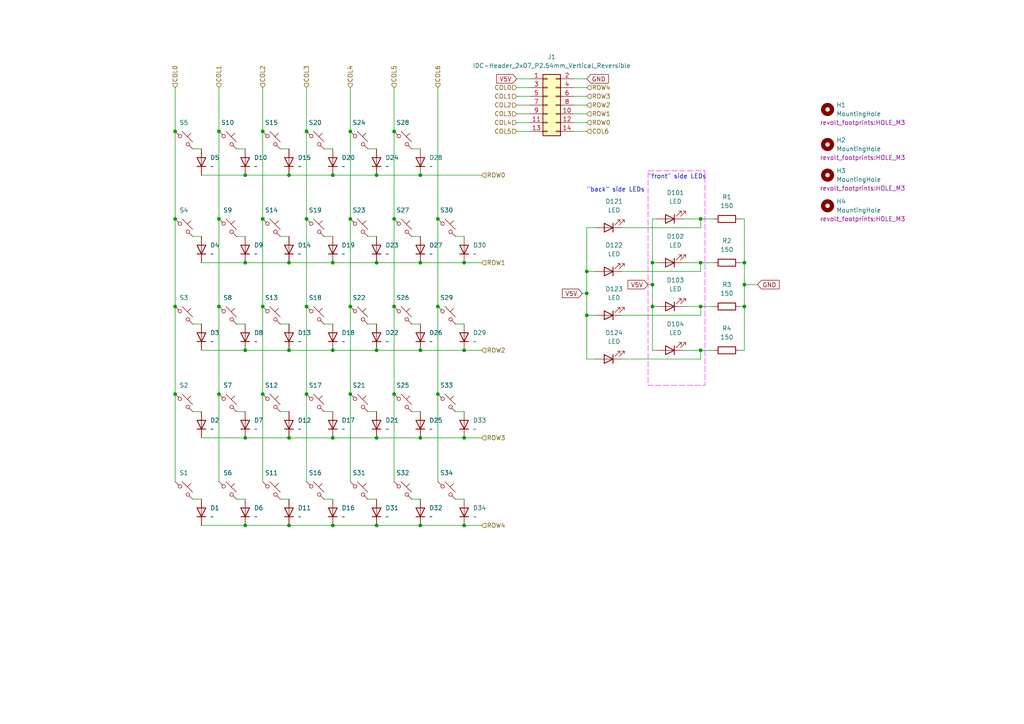
<source format=kicad_sch>
(kicad_sch (version 20230121) (generator eeschema)
  (paper "A4")
  (title_block (title "Revolt Side PCB") (company "https://github.com/nietaki/revolt-keyboard"))
  (lib_symbols
    (symbol "Connector_Generic:Conn_02x07_Odd_Even" (pin_names (offset 1.016) hide)
      (property "Reference" "J" (at 1.27 10.16 0))
      (property "Value" "Conn_02x07_Odd_Even" (at 1.27 -10.16 0))
      (symbol "Conn_02x07_Odd_Even_1_1"
        (rectangle (start -1.27 -7.493) (end 0 -7.747) (stroke (width 0.1524)))
        (rectangle (start -1.27 -4.953) (end 0 -5.207) (stroke (width 0.1524)))
        (rectangle (start -1.27 -2.413) (end 0 -2.667) (stroke (width 0.1524)))
        (rectangle (start -1.27 0.127) (end 0 -0.127) (stroke (width 0.1524)))
        (rectangle (start -1.27 2.667) (end 0 2.413) (stroke (width 0.1524)))
        (rectangle (start -1.27 5.207) (end 0 4.953) (stroke (width 0.1524)))
        (rectangle (start -1.27 7.747) (end 0 7.493) (stroke (width 0.1524)))
        (rectangle (start -1.27 8.89) (end 3.81 -8.89) (stroke (width 0.254)) (fill (type background)))
        (rectangle (start 3.81 -7.493) (end 2.54 -7.747) (stroke (width 0.1524)))
        (rectangle (start 3.81 -4.953) (end 2.54 -5.207) (stroke (width 0.1524)))
        (rectangle (start 3.81 -2.413) (end 2.54 -2.667) (stroke (width 0.1524)))
        (rectangle (start 3.81 0.127) (end 2.54 -0.127) (stroke (width 0.1524)))
        (rectangle (start 3.81 2.667) (end 2.54 2.413) (stroke (width 0.1524)))
        (rectangle (start 3.81 5.207) (end 2.54 4.953) (stroke (width 0.1524)))
        (rectangle (start 3.81 7.747) (end 2.54 7.493) (stroke (width 0.1524)))
        (pin passive line (at -5.08 7.62 0) (length 3.81) (name "Pin_1") (number "1"))
        (pin passive line (at 7.62 -2.54 180) (length 3.81) (name "Pin_10") (number "10"))
        (pin passive line (at -5.08 -5.08 0) (length 3.81) (name "Pin_11") (number "11"))
        (pin passive line (at 7.62 -5.08 180) (length 3.81) (name "Pin_12") (number "12"))
        (pin passive line (at -5.08 -7.62 0) (length 3.81) (name "Pin_13") (number "13"))
        (pin passive line (at 7.62 -7.62 180) (length 3.81) (name "Pin_14") (number "14"))
        (pin passive line (at 7.62 7.62 180) (length 3.81) (name "Pin_2") (number "2"))
        (pin passive line (at -5.08 5.08 0) (length 3.81) (name "Pin_3") (number "3"))
        (pin passive line (at 7.62 5.08 180) (length 3.81) (name "Pin_4") (number "4"))
        (pin passive line (at -5.08 2.54 0) (length 3.81) (name "Pin_5") (number "5"))
        (pin passive line (at 7.62 2.54 180) (length 3.81) (name "Pin_6") (number "6"))
        (pin passive line (at -5.08 0 0) (length 3.81) (name "Pin_7") (number "7"))
        (pin passive line (at 7.62 0 180) (length 3.81) (name "Pin_8") (number "8"))
        (pin passive line (at -5.08 -2.54 0) (length 3.81) (name "Pin_9") (number "9"))
      )
    )
    (symbol "Device:D" (pin_numbers hide) (pin_names (offset 1.016) hide)
      (property "Reference" "D" (at 0 2.54 0))
      (property "Value" "D" (at 0 -2.54 0))
      (symbol "D_0_1"
        (polyline (pts (xy -1.27 1.27) (xy -1.27 -1.27)) (stroke (width 0.254)))
        (polyline (pts (xy 1.27 0) (xy -1.27 0)))
        (polyline (pts (xy 1.27 1.27) (xy 1.27 -1.27) (xy -1.27 0) (xy 1.27 1.27)) (stroke (width 0.254)))
      )
      (symbol "D_1_1"
        (pin passive line (at -3.81 0 0) (length 2.54) (name "K") (number "1"))
        (pin passive line (at 3.81 0 180) (length 2.54) (name "A") (number "2"))
      )
    )
    (symbol "Device:LED" (pin_numbers hide) (pin_names (offset 1.016) hide)
      (property "Reference" "D" (at 0 2.54 0))
      (property "Value" "LED" (at 0 -2.54 0))
      (symbol "LED_0_1"
        (polyline (pts (xy -1.27 -1.27) (xy -1.27 1.27)) (stroke (width 0.254)))
        (polyline (pts (xy -1.27 0) (xy 1.27 0)))
        (polyline (pts (xy 1.27 -1.27) (xy 1.27 1.27) (xy -1.27 0) (xy 1.27 -1.27)) (stroke (width 0.254)))
        (polyline (pts (xy -3.048 -0.762) (xy -4.572 -2.286) (xy -3.81 -2.286) (xy -4.572 -2.286) (xy -4.572 -1.524)))
        (polyline (pts (xy -1.778 -0.762) (xy -3.302 -2.286) (xy -2.54 -2.286) (xy -3.302 -2.286) (xy -3.302 -1.524)))
      )
      (symbol "LED_1_1"
        (pin passive line (at -3.81 0 0) (length 2.54) (name "K") (number "1"))
        (pin passive line (at 3.81 0 180) (length 2.54) (name "A") (number "2"))
      )
    )
    (symbol "Device:R" (pin_numbers hide) (pin_names (offset 0))
      (property "Reference" "R" (at 2.032 0 90))
      (property "Value" "R" (at 0 0 90))
      (symbol "R_0_1"
        (rectangle (start -1.016 -2.54) (end 1.016 2.54) (stroke (width 0.254)))
      )
      (symbol "R_1_1"
        (pin passive line (at 0 3.81 270) (length 1.27) (name "~") (number "1"))
        (pin passive line (at 0 -3.81 90) (length 1.27) (name "~") (number "2"))
      )
    )
    (symbol "Mechanical:MountingHole" (pin_names (offset 1.016))
      (property "Reference" "H" (at 0 5.08 0))
      (property "Value" "MountingHole" (at 0 3.175 0))
      (symbol "MountingHole_0_1"
        (circle (center 0 0) (radius 1.27) (stroke (width 1.27)))
      )
    )
    (symbol "Switch:SW_Push_45deg" (pin_numbers hide) (pin_names (offset 1.016) hide)
      (property "Reference" "SW" (at 3.048 1.016 0))
      (property "Value" "SW_Push_45deg" (at 0 -3.81 0))
      (symbol "SW_Push_45deg_0_1"
        (circle (center -1.1684 1.1684) (radius 0.508))
        (polyline (pts (xy -0.508 2.54) (xy 2.54 -0.508)))
        (polyline (pts (xy 1.016 1.016) (xy 2.032 2.032)))
        (polyline (pts (xy -2.54 2.54) (xy -1.524 1.524) (xy -1.524 1.524)))
        (polyline (pts (xy 1.524 -1.524) (xy 2.54 -2.54) (xy 2.54 -2.54) (xy 2.54 -2.54)))
        (circle (center 1.143 -1.1938) (radius 0.508))
        (pin passive line (at -2.54 2.54 0) (length 0) (name "1") (number "1"))
        (pin passive line (at 2.54 -2.54 180) (length 0) (name "2") (number "2"))
      )
    )
  )
  (junction (at 101.6 88.9))
  (junction (at 189.23 88.9))
  (junction (at 101.6 114.3))
  (junction (at 83.82 127))
  (junction (at 63.5 88.9))
  (junction (at 203.2 88.9))
  (junction (at 50.8 38.1))
  (junction (at 88.9 63.5))
  (junction (at 83.82 50.8))
  (junction (at 109.22 50.8))
  (junction (at 63.5 63.5))
  (junction (at 109.22 127))
  (junction (at 127 114.3))
  (junction (at 76.2 114.3))
  (junction (at 83.82 76.2))
  (junction (at 170.18 78.74))
  (junction (at 121.92 101.6))
  (junction (at 109.22 76.2))
  (junction (at 63.5 38.1))
  (junction (at 134.62 101.6))
  (junction (at 121.92 127))
  (junction (at 134.62 76.2))
  (junction (at 114.3 114.3))
  (junction (at 76.2 38.1))
  (junction (at 215.9 76.2))
  (junction (at 127 63.5))
  (junction (at 189.23 82.55))
  (junction (at 114.3 88.9))
  (junction (at 71.12 152.4))
  (junction (at 101.6 38.1))
  (junction (at 76.2 63.5))
  (junction (at 114.3 63.5))
  (junction (at 189.23 76.2))
  (junction (at 71.12 127))
  (junction (at 203.2 76.2))
  (junction (at 134.62 152.4))
  (junction (at 109.22 152.4))
  (junction (at 170.18 85.09))
  (junction (at 76.2 88.9))
  (junction (at 114.3 38.1))
  (junction (at 83.82 152.4))
  (junction (at 50.8 88.9))
  (junction (at 215.9 88.9))
  (junction (at 88.9 88.9))
  (junction (at 121.92 76.2))
  (junction (at 83.82 101.6))
  (junction (at 109.22 101.6))
  (junction (at 96.52 101.6))
  (junction (at 134.62 127))
  (junction (at 71.12 76.2))
  (junction (at 63.5 114.3))
  (junction (at 203.2 101.6))
  (junction (at 121.92 50.8))
  (junction (at 88.9 38.1))
  (junction (at 170.18 91.44))
  (junction (at 88.9 114.3))
  (junction (at 96.52 76.2))
  (junction (at 50.8 114.3))
  (junction (at 121.92 152.4))
  (junction (at 71.12 50.8))
  (junction (at 96.52 50.8))
  (junction (at 101.6 63.5))
  (junction (at 96.52 127))
  (junction (at 96.52 152.4))
  (junction (at 127 88.9))
  (junction (at 215.9 82.55))
  (junction (at 50.8 63.5))
  (junction (at 71.12 101.6))
  (junction (at 203.2 63.5))
  (wire (pts (xy 170.18 78.74) (xy 172.72 78.74)))
  (wire (pts (xy 76.2 114.3) (xy 76.2 139.7)))
  (wire (pts (xy 170.18 85.09) (xy 170.18 78.74)))
  (wire (pts (xy 119.38 93.98) (xy 121.92 93.98)))
  (wire (pts (xy 203.2 88.9) (xy 207.01 88.9)))
  (wire (pts (xy 68.58 68.58) (xy 71.12 68.58)))
  (wire (pts (xy 58.42 152.4) (xy 71.12 152.4)))
  (wire (pts (xy 180.34 104.14) (xy 203.2 104.14)))
  (wire (pts (xy 109.22 50.8) (xy 121.92 50.8)))
  (wire (pts (xy 109.22 127) (xy 121.92 127)))
  (wire (pts (xy 170.18 104.14) (xy 172.72 104.14)))
  (wire (pts (xy 166.37 27.94) (xy 170.18 27.94)))
  (wire (pts (xy 189.23 82.55) (xy 189.23 88.9)))
  (wire (pts (xy 134.62 76.2) (xy 139.7 76.2)))
  (wire (pts (xy 214.63 63.5) (xy 215.9 63.5)))
  (wire (pts (xy 58.42 76.2) (xy 71.12 76.2)))
  (wire (pts (xy 166.37 25.4) (xy 170.18 25.4)))
  (wire (pts (xy 68.58 43.18) (xy 71.12 43.18)))
  (wire (pts (xy 58.42 50.8) (xy 71.12 50.8)))
  (wire (pts (xy 180.34 78.74) (xy 203.2 78.74)))
  (wire (pts (xy 106.68 119.38) (xy 109.22 119.38)))
  (wire (pts (xy 109.22 101.6) (xy 121.92 101.6)))
  (wire (pts (xy 93.98 93.98) (xy 96.52 93.98)))
  (wire (pts (xy 170.18 85.09) (xy 170.18 91.44)))
  (wire (pts (xy 149.86 22.86) (xy 153.67 22.86)))
  (wire (pts (xy 190.5 63.5) (xy 189.23 63.5)))
  (wire (pts (xy 88.9 38.1) (xy 88.9 63.5)))
  (wire (pts (xy 170.18 66.04) (xy 172.72 66.04)))
  (wire (pts (xy 83.82 76.2) (xy 96.52 76.2)))
  (wire (pts (xy 76.2 38.1) (xy 76.2 63.5)))
  (wire (pts (xy 121.92 76.2) (xy 134.62 76.2)))
  (wire (pts (xy 121.92 127) (xy 134.62 127)))
  (wire (pts (xy 71.12 76.2) (xy 83.82 76.2)))
  (wire (pts (xy 203.2 66.04) (xy 203.2 63.5)))
  (wire (pts (xy 88.9 88.9) (xy 88.9 114.3)))
  (wire (pts (xy 215.9 76.2) (xy 215.9 82.55)))
  (wire (pts (xy 214.63 76.2) (xy 215.9 76.2)))
  (wire (pts (xy 203.2 63.5) (xy 207.01 63.5)))
  (wire (pts (xy 215.9 88.9) (xy 215.9 101.6)))
  (wire (pts (xy 93.98 43.18) (xy 96.52 43.18)))
  (wire (pts (xy 55.88 144.78) (xy 58.42 144.78)))
  (wire (pts (xy 93.98 144.78) (xy 96.52 144.78)))
  (wire (pts (xy 101.6 88.9) (xy 101.6 114.3)))
  (wire (pts (xy 166.37 30.48) (xy 170.18 30.48)))
  (wire (pts (xy 83.82 101.6) (xy 96.52 101.6)))
  (wire (pts (xy 203.2 78.74) (xy 203.2 76.2)))
  (wire (pts (xy 50.8 63.5) (xy 50.8 88.9)))
  (wire (pts (xy 68.58 119.38) (xy 71.12 119.38)))
  (wire (pts (xy 127 25.4) (xy 127 63.5)))
  (wire (pts (xy 114.3 38.1) (xy 114.3 63.5)))
  (wire (pts (xy 166.37 22.86) (xy 170.18 22.86)))
  (wire (pts (xy 50.8 114.3) (xy 50.8 139.7)))
  (wire (pts (xy 119.38 43.18) (xy 121.92 43.18)))
  (wire (pts (xy 170.18 78.74) (xy 170.18 66.04)))
  (wire (pts (xy 68.58 144.78) (xy 71.12 144.78)))
  (wire (pts (xy 187.96 82.55) (xy 189.23 82.55)))
  (wire (pts (xy 215.9 63.5) (xy 215.9 76.2)))
  (wire (pts (xy 88.9 25.4) (xy 88.9 38.1)))
  (wire (pts (xy 63.5 88.9) (xy 63.5 114.3)))
  (wire (pts (xy 198.12 76.2) (xy 203.2 76.2)))
  (wire (pts (xy 50.8 88.9) (xy 50.8 114.3)))
  (wire (pts (xy 71.12 152.4) (xy 83.82 152.4)))
  (wire (pts (xy 81.28 68.58) (xy 83.82 68.58)))
  (wire (pts (xy 127 114.3) (xy 127 139.7)))
  (wire (pts (xy 109.22 152.4) (xy 121.92 152.4)))
  (wire (pts (xy 189.23 88.9) (xy 189.23 101.6)))
  (wire (pts (xy 76.2 88.9) (xy 76.2 114.3)))
  (wire (pts (xy 180.34 91.44) (xy 203.2 91.44)))
  (wire (pts (xy 190.5 101.6) (xy 189.23 101.6)))
  (wire (pts (xy 189.23 76.2) (xy 189.23 82.55)))
  (wire (pts (xy 214.63 88.9) (xy 215.9 88.9)))
  (wire (pts (xy 83.82 127) (xy 96.52 127)))
  (wire (pts (xy 134.62 152.4) (xy 139.7 152.4)))
  (wire (pts (xy 121.92 152.4) (xy 134.62 152.4)))
  (wire (pts (xy 189.23 63.5) (xy 189.23 76.2)))
  (wire (pts (xy 149.86 30.48) (xy 153.67 30.48)))
  (wire (pts (xy 101.6 25.4) (xy 101.6 38.1)))
  (wire (pts (xy 58.42 127) (xy 71.12 127)))
  (wire (pts (xy 76.2 63.5) (xy 76.2 88.9)))
  (wire (pts (xy 134.62 127) (xy 139.7 127)))
  (wire (pts (xy 96.52 101.6) (xy 109.22 101.6)))
  (wire (pts (xy 119.38 68.58) (xy 121.92 68.58)))
  (wire (pts (xy 114.3 63.5) (xy 114.3 88.9)))
  (wire (pts (xy 88.9 63.5) (xy 88.9 88.9)))
  (wire (pts (xy 93.98 119.38) (xy 96.52 119.38)))
  (wire (pts (xy 114.3 25.4) (xy 114.3 38.1)))
  (wire (pts (xy 68.58 93.98) (xy 71.12 93.98)))
  (wire (pts (xy 81.28 93.98) (xy 83.82 93.98)))
  (wire (pts (xy 121.92 50.8) (xy 139.7 50.8)))
  (wire (pts (xy 127 63.5) (xy 127 88.9)))
  (wire (pts (xy 203.2 104.14) (xy 203.2 101.6)))
  (wire (pts (xy 189.23 88.9) (xy 190.5 88.9)))
  (wire (pts (xy 134.62 101.6) (xy 139.7 101.6)))
  (wire (pts (xy 190.5 76.2) (xy 189.23 76.2)))
  (wire (pts (xy 71.12 127) (xy 83.82 127)))
  (wire (pts (xy 114.3 114.3) (xy 114.3 139.7)))
  (wire (pts (xy 166.37 38.1) (xy 170.18 38.1)))
  (wire (pts (xy 83.82 152.4) (xy 96.52 152.4)))
  (wire (pts (xy 50.8 38.1) (xy 50.8 63.5)))
  (wire (pts (xy 170.18 91.44) (xy 170.18 104.14)))
  (wire (pts (xy 83.82 50.8) (xy 96.52 50.8)))
  (wire (pts (xy 101.6 38.1) (xy 101.6 63.5)))
  (wire (pts (xy 106.68 93.98) (xy 109.22 93.98)))
  (wire (pts (xy 71.12 50.8) (xy 83.82 50.8)))
  (wire (pts (xy 149.86 35.56) (xy 153.67 35.56)))
  (wire (pts (xy 149.86 27.94) (xy 153.67 27.94)))
  (wire (pts (xy 132.08 144.78) (xy 134.62 144.78)))
  (wire (pts (xy 63.5 63.5) (xy 63.5 88.9)))
  (wire (pts (xy 166.37 35.56) (xy 170.18 35.56)))
  (wire (pts (xy 170.18 91.44) (xy 172.72 91.44)))
  (wire (pts (xy 63.5 114.3) (xy 63.5 139.7)))
  (wire (pts (xy 76.2 25.4) (xy 76.2 38.1)))
  (wire (pts (xy 96.52 76.2) (xy 109.22 76.2)))
  (wire (pts (xy 127 88.9) (xy 127 114.3)))
  (wire (pts (xy 50.8 25.4) (xy 50.8 38.1)))
  (wire (pts (xy 203.2 76.2) (xy 207.01 76.2)))
  (wire (pts (xy 96.52 127) (xy 109.22 127)))
  (wire (pts (xy 149.86 38.1) (xy 153.67 38.1)))
  (wire (pts (xy 149.86 25.4) (xy 153.67 25.4)))
  (wire (pts (xy 203.2 101.6) (xy 207.01 101.6)))
  (wire (pts (xy 55.88 119.38) (xy 58.42 119.38)))
  (wire (pts (xy 215.9 88.9) (xy 215.9 82.55)))
  (wire (pts (xy 96.52 50.8) (xy 109.22 50.8)))
  (wire (pts (xy 81.28 119.38) (xy 83.82 119.38)))
  (wire (pts (xy 119.38 119.38) (xy 121.92 119.38)))
  (wire (pts (xy 101.6 114.3) (xy 101.6 139.7)))
  (wire (pts (xy 215.9 82.55) (xy 219.71 82.55)))
  (wire (pts (xy 114.3 88.9) (xy 114.3 114.3)))
  (wire (pts (xy 203.2 91.44) (xy 203.2 88.9)))
  (wire (pts (xy 96.52 152.4) (xy 109.22 152.4)))
  (wire (pts (xy 81.28 43.18) (xy 83.82 43.18)))
  (wire (pts (xy 132.08 119.38) (xy 134.62 119.38)))
  (wire (pts (xy 198.12 88.9) (xy 203.2 88.9)))
  (wire (pts (xy 119.38 144.78) (xy 121.92 144.78)))
  (wire (pts (xy 198.12 101.6) (xy 203.2 101.6)))
  (wire (pts (xy 121.92 101.6) (xy 134.62 101.6)))
  (wire (pts (xy 55.88 93.98) (xy 58.42 93.98)))
  (wire (pts (xy 93.98 68.58) (xy 96.52 68.58)))
  (wire (pts (xy 55.88 68.58) (xy 58.42 68.58)))
  (wire (pts (xy 168.91 85.09) (xy 170.18 85.09)))
  (wire (pts (xy 132.08 93.98) (xy 134.62 93.98)))
  (wire (pts (xy 106.68 144.78) (xy 109.22 144.78)))
  (wire (pts (xy 101.6 63.5) (xy 101.6 88.9)))
  (wire (pts (xy 81.28 144.78) (xy 83.82 144.78)))
  (wire (pts (xy 106.68 68.58) (xy 109.22 68.58)))
  (wire (pts (xy 55.88 43.18) (xy 58.42 43.18)))
  (wire (pts (xy 106.68 43.18) (xy 109.22 43.18)))
  (wire (pts (xy 71.12 101.6) (xy 83.82 101.6)))
  (wire (pts (xy 166.37 33.02) (xy 170.18 33.02)))
  (wire (pts (xy 214.63 101.6) (xy 215.9 101.6)))
  (wire (pts (xy 198.12 63.5) (xy 203.2 63.5)))
  (wire (pts (xy 132.08 68.58) (xy 134.62 68.58)))
  (wire (pts (xy 63.5 38.1) (xy 63.5 63.5)))
  (wire (pts (xy 109.22 76.2) (xy 121.92 76.2)))
  (wire (pts (xy 149.86 33.02) (xy 153.67 33.02)))
  (wire (pts (xy 58.42 101.6) (xy 71.12 101.6)))
  (wire (pts (xy 88.9 114.3) (xy 88.9 139.7)))
  (wire (pts (xy 180.34 66.04) (xy 203.2 66.04)))
  (wire (pts (xy 63.5 25.4) (xy 63.5 38.1)))
  (rectangle (start 187.96 49.53) (end 204.47 111.76) (stroke (width 0) (type dash) (color 255 35 242 1)))
  (text "\"front\" side LEDs" (at 187.96 52.07 0) (effects (font (size 1.27 1.27)) (justify left bottom)))
  (text "\"back\" side LEDs" (at 170.18 55.88 0) (effects (font (size 1.27 1.27)) (justify left bottom)))
  (global_label "GND" (shape input) (at 170.18 22.86 0) (property "Intersheetrefs" "${INTERSHEET_REFS}" (effects hide)))
  (global_label "V5V" (shape input) (at 187.96 82.55 180) (property "Intersheetrefs" "${INTERSHEET_REFS}" (effects hide)))
  (global_label "V5V" (shape input) (at 168.91 85.09 180) (property "Intersheetrefs" "${INTERSHEET_REFS}" (effects hide)))
  (global_label "GND" (shape input) (at 219.71 82.55 0) (property "Intersheetrefs" "${INTERSHEET_REFS}" (effects hide)))
  (global_label "V5V" (shape input) (at 149.86 22.86 180) (property "Intersheetrefs" "${INTERSHEET_REFS}" (effects hide)))
  (hierarchical_label "COL3" (shape input) (at 88.9 25.4 90))
  (hierarchical_label "COL5" (shape input) (at 149.86 38.1 180))
  (hierarchical_label "ROW2" (shape input) (at 139.7 101.6 0))
  (hierarchical_label "ROW1" (shape input) (at 139.7 76.2 0))
  (hierarchical_label "COL4" (shape input) (at 101.6 25.4 90))
  (hierarchical_label "COL0" (shape input) (at 50.8 25.4 90))
  (hierarchical_label "COL6" (shape input) (at 170.18 38.1 0))
  (hierarchical_label "ROW1" (shape input) (at 170.18 33.02 0))
  (hierarchical_label "ROW4" (shape input) (at 139.7 152.4 0))
  (hierarchical_label "COL1" (shape input) (at 63.5 25.4 90))
  (hierarchical_label "COL2" (shape input) (at 76.2 25.4 90))
  (hierarchical_label "COL4" (shape input) (at 149.86 35.56 180))
  (hierarchical_label "ROW2" (shape input) (at 170.18 30.48 0))
  (hierarchical_label "ROW3" (shape input) (at 170.18 27.94 0))
  (hierarchical_label "COL5" (shape input) (at 114.3 25.4 90))
  (hierarchical_label "COL0" (shape input) (at 149.86 25.4 180))
  (hierarchical_label "ROW3" (shape input) (at 139.7 127 0))
  (hierarchical_label "ROW4" (shape input) (at 170.18 25.4 0))
  (hierarchical_label "ROW0" (shape input) (at 139.7 50.8 0))
  (hierarchical_label "COL3" (shape input) (at 149.86 33.02 180))
  (hierarchical_label "COL1" (shape input) (at 149.86 27.94 180))
  (hierarchical_label "ROW0" (shape input) (at 170.18 35.56 0))
  (hierarchical_label "COL2" (shape input) (at 149.86 30.48 180))
  (hierarchical_label "COL6" (shape input) (at 127 25.4 90))
  (symbol (lib_id "Device:D") (at 134.62 123.19 90) (unit 1)
    (property "Reference" "D33" (at 137.16 121.92 90) (effects (justify right)))
    (property "Value" "~" (at 137.16 124.46 90) (effects (justify right)))
    (property "Footprint" "revolt_footprints:D_SOD-123-combo-reversible" (effects hide))
    (property "Sim.Device" "D" (effects hide))
    (property "Sim.Pins" "1=K 2=A" (effects hide))
  )
  (symbol (lib_id "Switch:SW_Push_45deg") (at 116.84 116.84 0) (unit 1)
    (property "Reference" "S25" (at 116.84 111.76 0))
    (property "Footprint" "revolt_footprints:SW_PG1350_reversible_with_keycap_outline" (effects hide))
  )
  (symbol (lib_id "Device:LED") (at 176.53 91.44 180) (unit 1)
    (property "Reference" "D123" (at 178.1175 83.82 0))
    (property "Value" "LED" (at 178.1175 86.36 0))
    (property "Footprint" "LED_SMD:LED_0805_2012Metric_Pad1.15x1.40mm_HandSolder" (effects hide))
  )
  (symbol (lib_id "Device:D") (at 134.62 72.39 90) (unit 1)
    (property "Reference" "D30" (at 137.16 71.12 90) (effects (justify right)))
    (property "Value" "~" (at 137.16 73.66 90) (effects (justify right)))
    (property "Footprint" "revolt_footprints:D_SOD-123-combo-reversible" (effects hide))
    (property "Sim.Device" "D" (effects hide))
    (property "Sim.Pins" "1=K 2=A" (effects hide))
  )
  (symbol (lib_id "Switch:SW_Push_45deg") (at 66.04 40.64 0) (unit 1)
    (property "Reference" "S10" (at 66.04 35.56 0))
    (property "Footprint" "revolt_footprints:SW_PG1350_reversible_with_keycap_outline" (effects hide))
  )
  (symbol (lib_id "Switch:SW_Push_45deg") (at 53.34 40.64 0) (unit 1)
    (property "Reference" "S5" (at 53.34 35.56 0))
    (property "Footprint" "revolt_footprints:SW_PG1350_reversible_with_keycap_outline" (effects hide))
  )
  (symbol (lib_id "Switch:SW_Push_45deg") (at 78.74 40.64 0) (unit 1)
    (property "Reference" "S15" (at 78.74 35.56 0))
    (property "Footprint" "revolt_footprints:SW_PG1350_reversible_with_keycap_outline" (effects hide))
  )
  (symbol (lib_id "Switch:SW_Push_45deg") (at 104.14 91.44 0) (unit 1)
    (property "Reference" "S22" (at 104.14 86.36 0))
    (property "Footprint" "revolt_footprints:SW_PG1350_reversible_with_keycap_outline" (effects hide))
  )
  (symbol (lib_id "Mechanical:MountingHole") (at 240.03 41.91 0) (unit 1)
    (property "Reference" "H2" (at 242.57 40.64 0) (effects (justify left)))
    (property "Value" "MountingHole" (at 242.57 43.18 0) (effects (justify left)))
    (property "Footprint" "revolt_footprints:HOLE_M3" (at 250.19 45.72 0))
  )
  (symbol (lib_id "Switch:SW_Push_45deg") (at 53.34 66.04 0) (unit 1)
    (property "Reference" "S4" (at 53.34 60.96 0))
    (property "Footprint" "revolt_footprints:SW_PG1350_reversible_with_keycap_outline" (effects hide))
  )
  (symbol (lib_id "Switch:SW_Push_45deg") (at 53.34 91.44 0) (unit 1)
    (property "Reference" "S3" (at 53.34 86.36 0))
    (property "Footprint" "revolt_footprints:SW_PG1350_reversible_with_keycap_outline" (effects hide))
  )
  (symbol (lib_id "Device:LED") (at 194.31 101.6 180) (unit 1)
    (property "Reference" "D104" (at 195.8975 93.98 0))
    (property "Value" "LED" (at 195.8975 96.52 0))
    (property "Footprint" "LED_SMD:LED_0805_2012Metric_Pad1.15x1.40mm_HandSolder" (effects hide))
  )
  (symbol (lib_id "Switch:SW_Push_45deg") (at 116.84 40.64 0) (unit 1)
    (property "Reference" "S28" (at 116.84 35.56 0))
    (property "Footprint" "revolt_footprints:SW_PG1350_reversible_with_keycap_outline" (effects hide))
  )
  (symbol (lib_id "Device:D") (at 83.82 72.39 90) (unit 1)
    (property "Reference" "D14" (at 86.36 71.12 90) (effects (justify right)))
    (property "Value" "~" (at 86.36 73.66 90) (effects (justify right)))
    (property "Footprint" "revolt_footprints:D_SOD-123-combo-reversible" (effects hide))
    (property "Sim.Device" "D" (effects hide))
    (property "Sim.Pins" "1=K 2=A" (effects hide))
  )
  (symbol (lib_id "Device:D") (at 134.62 97.79 90) (unit 1)
    (property "Reference" "D29" (at 137.16 96.52 90) (effects (justify right)))
    (property "Value" "~" (at 137.16 99.06 90) (effects (justify right)))
    (property "Footprint" "revolt_footprints:D_SOD-123-combo-reversible" (effects hide))
    (property "Sim.Device" "D" (effects hide))
    (property "Sim.Pins" "1=K 2=A" (effects hide))
  )
  (symbol (lib_id "Device:R") (at 210.82 88.9 90) (unit 1)
    (property "Reference" "R3" (at 210.82 82.55 90))
    (property "Value" "150" (at 210.82 85.09 90))
    (property "Footprint" "revolt_footprints:R_2512_6332Metric_Pad1.40x3.35mm_HandSolder_reversible" (effects hide))
  )
  (symbol (lib_id "Switch:SW_Push_45deg") (at 129.54 91.44 0) (unit 1)
    (property "Reference" "S29" (at 129.54 86.36 0))
    (property "Footprint" "revolt_footprints:SW_PG1350_reversible_with_keycap_outline" (effects hide))
  )
  (symbol (lib_id "Switch:SW_Push_45deg") (at 116.84 142.24 0) (unit 1)
    (property "Reference" "S32" (at 116.84 137.16 0))
    (property "Footprint" "revolt_footprints:SW_PG1350_reversible_with_keycap_outline" (effects hide))
  )
  (symbol (lib_id "Device:D") (at 83.82 148.59 90) (unit 1)
    (property "Reference" "D11" (at 86.36 147.32 90) (effects (justify right)))
    (property "Value" "~" (at 86.36 149.86 90) (effects (justify right)))
    (property "Footprint" "revolt_footprints:D_SOD-123-combo-reversible" (effects hide))
    (property "Sim.Device" "D" (effects hide))
    (property "Sim.Pins" "1=K 2=A" (effects hide))
  )
  (symbol (lib_id "Switch:SW_Push_45deg") (at 91.44 142.24 0) (unit 1)
    (property "Reference" "S16" (at 91.44 137.16 0))
    (property "Footprint" "revolt_footprints:SW_PG1350_reversible_with_keycap_outline" (effects hide))
  )
  (symbol (lib_id "Device:D") (at 96.52 148.59 90) (unit 1)
    (property "Reference" "D16" (at 99.06 147.32 90) (effects (justify right)))
    (property "Value" "~" (at 99.06 149.86 90) (effects (justify right)))
    (property "Footprint" "revolt_footprints:D_SOD-123-combo-reversible" (effects hide))
    (property "Sim.Device" "D" (effects hide))
    (property "Sim.Pins" "1=K 2=A" (effects hide))
  )
  (symbol (lib_id "Switch:SW_Push_45deg") (at 129.54 116.84 0) (unit 1)
    (property "Reference" "S33" (at 129.54 111.76 0))
    (property "Footprint" "revolt_footprints:SW_PG1350_reversible_with_keycap_outline" (effects hide))
  )
  (symbol (lib_id "Device:D") (at 121.92 148.59 90) (unit 1)
    (property "Reference" "D32" (at 124.46 147.32 90) (effects (justify right)))
    (property "Value" "~" (at 124.46 149.86 90) (effects (justify right)))
    (property "Footprint" "revolt_footprints:D_SOD-123-combo-reversible" (effects hide))
    (property "Sim.Device" "D" (effects hide))
    (property "Sim.Pins" "1=K 2=A" (effects hide))
  )
  (symbol (lib_id "Switch:SW_Push_45deg") (at 104.14 116.84 0) (unit 1)
    (property "Reference" "S21" (at 104.14 111.76 0))
    (property "Footprint" "revolt_footprints:SW_PG1350_reversible_with_keycap_outline" (effects hide))
  )
  (symbol (lib_id "Device:D") (at 96.52 123.19 90) (unit 1)
    (property "Reference" "D17" (at 99.06 121.92 90) (effects (justify right)))
    (property "Value" "~" (at 99.06 124.46 90) (effects (justify right)))
    (property "Footprint" "revolt_footprints:D_SOD-123-combo-reversible" (effects hide))
    (property "Sim.Device" "D" (effects hide))
    (property "Sim.Pins" "1=K 2=A" (effects hide))
  )
  (symbol (lib_id "Switch:SW_Push_45deg") (at 78.74 142.24 0) (unit 1)
    (property "Reference" "S11" (at 78.74 137.16 0))
    (property "Footprint" "revolt_footprints:SW_PG1350_reversible_with_keycap_outline" (effects hide))
  )
  (symbol (lib_id "Device:D") (at 121.92 72.39 90) (unit 1)
    (property "Reference" "D27" (at 124.46 71.12 90) (effects (justify right)))
    (property "Value" "~" (at 124.46 73.66 90) (effects (justify right)))
    (property "Footprint" "revolt_footprints:D_SOD-123-combo-reversible" (effects hide))
    (property "Sim.Device" "D" (effects hide))
    (property "Sim.Pins" "1=K 2=A" (effects hide))
  )
  (symbol (lib_id "Device:D") (at 121.92 46.99 90) (unit 1)
    (property "Reference" "D28" (at 124.46 45.72 90) (effects (justify right)))
    (property "Value" "~" (at 124.46 48.26 90) (effects (justify right)))
    (property "Footprint" "revolt_footprints:D_SOD-123-combo-reversible" (effects hide))
    (property "Sim.Device" "D" (effects hide))
    (property "Sim.Pins" "1=K 2=A" (effects hide))
  )
  (symbol (lib_id "Device:D") (at 71.12 46.99 90) (unit 1)
    (property "Reference" "D10" (at 73.66 45.72 90) (effects (justify right)))
    (property "Value" "~" (at 73.66 48.26 90) (effects (justify right)))
    (property "Footprint" "revolt_footprints:D_SOD-123-combo-reversible" (effects hide))
    (property "Sim.Device" "D" (effects hide))
    (property "Sim.Pins" "1=K 2=A" (effects hide))
  )
  (symbol (lib_id "Device:R") (at 210.82 63.5 90) (unit 1)
    (property "Reference" "R1" (at 210.82 57.15 90))
    (property "Value" "150" (at 210.82 59.69 90))
    (property "Footprint" "revolt_footprints:R_2512_6332Metric_Pad1.40x3.35mm_HandSolder_reversible" (effects hide))
  )
  (symbol (lib_id "Switch:SW_Push_45deg") (at 104.14 66.04 0) (unit 1)
    (property "Reference" "S23" (at 104.14 60.96 0))
    (property "Footprint" "revolt_footprints:SW_PG1350_reversible_with_keycap_outline" (effects hide))
  )
  (symbol (lib_id "Switch:SW_Push_45deg") (at 91.44 40.64 0) (unit 1)
    (property "Reference" "S20" (at 91.44 35.56 0))
    (property "Footprint" "revolt_footprints:SW_PG1350_reversible_with_keycap_outline" (effects hide))
  )
  (symbol (lib_id "Switch:SW_Push_45deg") (at 53.34 116.84 0) (unit 1)
    (property "Reference" "S2" (at 53.34 111.76 0))
    (property "Footprint" "revolt_footprints:SW_PG1350_reversible_with_keycap_outline" (effects hide))
  )
  (symbol (lib_id "Device:D") (at 71.12 148.59 90) (unit 1)
    (property "Reference" "D6" (at 73.66 147.32 90) (effects (justify right)))
    (property "Value" "~" (at 73.66 149.86 90) (effects (justify right)))
    (property "Footprint" "revolt_footprints:D_SOD-123-combo-reversible" (effects hide))
    (property "Sim.Device" "D" (effects hide))
    (property "Sim.Pins" "1=K 2=A" (effects hide))
  )
  (symbol (lib_id "Device:LED") (at 176.53 104.14 180) (unit 1)
    (property "Reference" "D124" (at 178.1175 96.52 0))
    (property "Value" "LED" (at 178.1175 99.06 0))
    (property "Footprint" "LED_SMD:LED_0805_2012Metric_Pad1.15x1.40mm_HandSolder" (effects hide))
  )
  (symbol (lib_id "Device:D") (at 109.22 148.59 90) (unit 1)
    (property "Reference" "D31" (at 111.76 147.32 90) (effects (justify right)))
    (property "Value" "~" (at 111.76 149.86 90) (effects (justify right)))
    (property "Footprint" "revolt_footprints:D_SOD-123-combo-reversible" (effects hide))
    (property "Sim.Device" "D" (effects hide))
    (property "Sim.Pins" "1=K 2=A" (effects hide))
  )
  (symbol (lib_id "Device:D") (at 109.22 72.39 90) (unit 1)
    (property "Reference" "D23" (at 111.76 71.12 90) (effects (justify right)))
    (property "Value" "~" (at 111.76 73.66 90) (effects (justify right)))
    (property "Footprint" "revolt_footprints:D_SOD-123-combo-reversible" (effects hide))
    (property "Sim.Device" "D" (effects hide))
    (property "Sim.Pins" "1=K 2=A" (effects hide))
  )
  (symbol (lib_id "Switch:SW_Push_45deg") (at 66.04 142.24 0) (unit 1)
    (property "Reference" "S6" (at 66.04 137.16 0))
    (property "Footprint" "revolt_footprints:SW_PG1350_reversible_with_keycap_outline" (effects hide))
  )
  (symbol (lib_id "Device:D") (at 96.52 46.99 90) (unit 1)
    (property "Reference" "D20" (at 99.06 45.72 90) (effects (justify right)))
    (property "Value" "~" (at 99.06 48.26 90) (effects (justify right)))
    (property "Footprint" "revolt_footprints:D_SOD-123-combo-reversible" (effects hide))
    (property "Sim.Device" "D" (effects hide))
    (property "Sim.Pins" "1=K 2=A" (effects hide))
  )
  (symbol (lib_id "Device:D") (at 83.82 123.19 90) (unit 1)
    (property "Reference" "D12" (at 86.36 121.92 90) (effects (justify right)))
    (property "Value" "~" (at 86.36 124.46 90) (effects (justify right)))
    (property "Footprint" "revolt_footprints:D_SOD-123-combo-reversible" (effects hide))
    (property "Sim.Device" "D" (effects hide))
    (property "Sim.Pins" "1=K 2=A" (effects hide))
  )
  (symbol (lib_id "Device:D") (at 109.22 97.79 90) (unit 1)
    (property "Reference" "D22" (at 111.76 96.52 90) (effects (justify right)))
    (property "Value" "~" (at 111.76 99.06 90) (effects (justify right)))
    (property "Footprint" "revolt_footprints:D_SOD-123-combo-reversible" (effects hide))
    (property "Sim.Device" "D" (effects hide))
    (property "Sim.Pins" "1=K 2=A" (effects hide))
  )
  (symbol (lib_id "Switch:SW_Push_45deg") (at 129.54 142.24 0) (unit 1)
    (property "Reference" "S34" (at 129.54 137.16 0))
    (property "Footprint" "revolt_footprints:SW_PG1350_reversible_with_keycap_outline" (effects hide))
  )
  (symbol (lib_id "Device:D") (at 121.92 97.79 90) (unit 1)
    (property "Reference" "D26" (at 124.46 96.52 90) (effects (justify right)))
    (property "Value" "~" (at 124.46 99.06 90) (effects (justify right)))
    (property "Footprint" "revolt_footprints:D_SOD-123-combo-reversible" (effects hide))
    (property "Sim.Device" "D" (effects hide))
    (property "Sim.Pins" "1=K 2=A" (effects hide))
  )
  (symbol (lib_id "Device:D") (at 109.22 123.19 90) (unit 1)
    (property "Reference" "D21" (at 111.76 121.92 90) (effects (justify right)))
    (property "Value" "~" (at 111.76 124.46 90) (effects (justify right)))
    (property "Footprint" "revolt_footprints:D_SOD-123-combo-reversible" (effects hide))
    (property "Sim.Device" "D" (effects hide))
    (property "Sim.Pins" "1=K 2=A" (effects hide))
  )
  (symbol (lib_id "Device:D") (at 58.42 123.19 90) (unit 1)
    (property "Reference" "D2" (at 60.96 121.92 90) (effects (justify right)))
    (property "Value" "~" (at 60.96 124.46 90) (effects (justify right)))
    (property "Footprint" "revolt_footprints:D_SOD-123-combo-reversible" (effects hide))
    (property "Sim.Device" "D" (effects hide))
    (property "Sim.Pins" "1=K 2=A" (effects hide))
  )
  (symbol (lib_id "Device:D") (at 83.82 97.79 90) (unit 1)
    (property "Reference" "D13" (at 86.36 96.52 90) (effects (justify right)))
    (property "Value" "~" (at 86.36 99.06 90) (effects (justify right)))
    (property "Footprint" "revolt_footprints:D_SOD-123-combo-reversible" (effects hide))
    (property "Sim.Device" "D" (effects hide))
    (property "Sim.Pins" "1=K 2=A" (effects hide))
  )
  (symbol (lib_id "Switch:SW_Push_45deg") (at 66.04 66.04 0) (unit 1)
    (property "Reference" "S9" (at 66.04 60.96 0))
    (property "Footprint" "revolt_footprints:SW_PG1350_reversible_with_keycap_outline" (effects hide))
  )
  (symbol (lib_id "Device:D") (at 96.52 97.79 90) (unit 1)
    (property "Reference" "D18" (at 99.06 96.52 90) (effects (justify right)))
    (property "Value" "~" (at 99.06 99.06 90) (effects (justify right)))
    (property "Footprint" "revolt_footprints:D_SOD-123-combo-reversible" (effects hide))
    (property "Sim.Device" "D" (effects hide))
    (property "Sim.Pins" "1=K 2=A" (effects hide))
  )
  (symbol (lib_id "Device:R") (at 210.82 76.2 90) (unit 1)
    (property "Reference" "R2" (at 210.82 69.85 90))
    (property "Value" "150" (at 210.82 72.39 90))
    (property "Footprint" "revolt_footprints:R_2512_6332Metric_Pad1.40x3.35mm_HandSolder_reversible" (effects hide))
  )
  (symbol (lib_id "Switch:SW_Push_45deg") (at 91.44 91.44 0) (unit 1)
    (property "Reference" "S18" (at 91.44 86.36 0))
    (property "Footprint" "revolt_footprints:SW_PG1350_reversible_with_keycap_outline" (effects hide))
  )
  (symbol (lib_id "Device:LED") (at 194.31 88.9 180) (unit 1)
    (property "Reference" "D103" (at 195.8975 81.28 0))
    (property "Value" "LED" (at 195.8975 83.82 0))
    (property "Footprint" "LED_SMD:LED_0805_2012Metric_Pad1.15x1.40mm_HandSolder" (effects hide))
  )
  (symbol (lib_id "Device:LED") (at 176.53 66.04 180) (unit 1)
    (property "Reference" "D121" (at 178.1175 58.42 0))
    (property "Value" "LED" (at 178.1175 60.96 0))
    (property "Footprint" "LED_SMD:LED_0805_2012Metric_Pad1.15x1.40mm_HandSolder" (effects hide))
  )
  (symbol (lib_id "Device:D") (at 58.42 97.79 90) (unit 1)
    (property "Reference" "D3" (at 60.96 96.52 90) (effects (justify right)))
    (property "Value" "~" (at 60.96 99.06 90) (effects (justify right)))
    (property "Footprint" "revolt_footprints:D_SOD-123-combo-reversible" (effects hide))
    (property "Sim.Device" "D" (effects hide))
    (property "Sim.Pins" "1=K 2=A" (effects hide))
  )
  (symbol (lib_id "Device:D") (at 71.12 123.19 90) (unit 1)
    (property "Reference" "D7" (at 73.66 121.92 90) (effects (justify right)))
    (property "Value" "~" (at 73.66 124.46 90) (effects (justify right)))
    (property "Footprint" "revolt_footprints:D_SOD-123-combo-reversible" (effects hide))
    (property "Sim.Device" "D" (effects hide))
    (property "Sim.Pins" "1=K 2=A" (effects hide))
  )
  (symbol (lib_id "Device:D") (at 96.52 72.39 90) (unit 1)
    (property "Reference" "D19" (at 99.06 71.12 90) (effects (justify right)))
    (property "Value" "~" (at 99.06 73.66 90) (effects (justify right)))
    (property "Footprint" "revolt_footprints:D_SOD-123-combo-reversible" (effects hide))
    (property "Sim.Device" "D" (effects hide))
    (property "Sim.Pins" "1=K 2=A" (effects hide))
  )
  (symbol (lib_id "Mechanical:MountingHole") (at 240.03 31.75 0) (unit 1)
    (property "Reference" "H1" (at 242.57 30.48 0) (effects (justify left)))
    (property "Value" "MountingHole" (at 242.57 33.02 0) (effects (justify left)))
    (property "Footprint" "revolt_footprints:HOLE_M3" (at 250.19 35.56 0))
  )
  (symbol (lib_id "Device:D") (at 109.22 46.99 90) (unit 1)
    (property "Reference" "D24" (at 111.76 45.72 90) (effects (justify right)))
    (property "Value" "~" (at 111.76 48.26 90) (effects (justify right)))
    (property "Footprint" "revolt_footprints:D_SOD-123-combo-reversible" (effects hide))
    (property "Sim.Device" "D" (effects hide))
    (property "Sim.Pins" "1=K 2=A" (effects hide))
  )
  (symbol (lib_id "Device:D") (at 58.42 46.99 90) (unit 1)
    (property "Reference" "D5" (at 60.96 45.72 90) (effects (justify right)))
    (property "Value" "~" (at 60.96 48.26 90) (effects (justify right)))
    (property "Footprint" "revolt_footprints:D_SOD-123-combo-reversible" (effects hide))
    (property "Sim.Device" "D" (effects hide))
    (property "Sim.Pins" "1=K 2=A" (effects hide))
  )
  (symbol (lib_id "Device:LED") (at 194.31 76.2 180) (unit 1)
    (property "Reference" "D102" (at 195.8975 68.58 0))
    (property "Value" "LED" (at 195.8975 71.12 0))
    (property "Footprint" "LED_SMD:LED_0805_2012Metric_Pad1.15x1.40mm_HandSolder" (effects hide))
  )
  (symbol (lib_id "Device:LED") (at 176.53 78.74 180) (unit 1)
    (property "Reference" "D122" (at 178.1175 71.12 0))
    (property "Value" "LED" (at 178.1175 73.66 0))
    (property "Footprint" "LED_SMD:LED_0805_2012Metric_Pad1.15x1.40mm_HandSolder" (effects hide))
  )
  (symbol (lib_id "Connector_Generic:Conn_02x07_Odd_Even") (at 158.75 30.48 0) (unit 1)
    (property "Reference" "J1" (at 160.02 16.51 0))
    (property "Value" "IDC-Header_2x07_P2.54mm_Vertical_Reversible" (at 160.02 19.05 0))
    (property "Footprint" "revolt_footprints:IDC-Header_2x07_P2.54mm_Vertical_Reversible" (effects hide))
  )
  (symbol (lib_id "Switch:SW_Push_45deg") (at 78.74 116.84 0) (unit 1)
    (property "Reference" "S12" (at 78.74 111.76 0))
    (property "Footprint" "revolt_footprints:SW_PG1350_reversible_with_keycap_outline" (effects hide))
  )
  (symbol (lib_id "Switch:SW_Push_45deg") (at 91.44 116.84 0) (unit 1)
    (property "Reference" "S17" (at 91.44 111.76 0))
    (property "Footprint" "revolt_footprints:SW_PG1350_reversible_with_keycap_outline" (effects hide))
  )
  (symbol (lib_id "Switch:SW_Push_45deg") (at 104.14 142.24 0) (unit 1)
    (property "Reference" "S31" (at 104.14 137.16 0))
    (property "Footprint" "revolt_footprints:SW_PG1350_reversible_with_keycap_outline" (effects hide))
  )
  (symbol (lib_id "Switch:SW_Push_45deg") (at 91.44 66.04 0) (unit 1)
    (property "Reference" "S19" (at 91.44 60.96 0))
    (property "Footprint" "revolt_footprints:SW_PG1350_reversible_with_keycap_outline" (effects hide))
  )
  (symbol (lib_id "Device:LED") (at 194.31 63.5 180) (unit 1)
    (property "Reference" "D101" (at 195.8975 55.88 0))
    (property "Value" "LED" (at 195.8975 58.42 0))
    (property "Footprint" "LED_SMD:LED_0805_2012Metric_Pad1.15x1.40mm_HandSolder" (effects hide))
  )
  (symbol (lib_id "Switch:SW_Push_45deg") (at 66.04 116.84 0) (unit 1)
    (property "Reference" "S7" (at 66.04 111.76 0))
    (property "Footprint" "revolt_footprints:SW_PG1350_reversible_with_keycap_outline" (effects hide))
  )
  (symbol (lib_id "Device:D") (at 58.42 148.59 90) (unit 1)
    (property "Reference" "D1" (at 60.96 147.32 90) (effects (justify right)))
    (property "Value" "~" (at 60.96 149.86 90) (effects (justify right)))
    (property "Footprint" "revolt_footprints:D_SOD-123-combo-reversible" (effects hide))
    (property "Sim.Device" "D" (effects hide))
    (property "Sim.Pins" "1=K 2=A" (effects hide))
  )
  (symbol (lib_id "Switch:SW_Push_45deg") (at 66.04 91.44 0) (unit 1)
    (property "Reference" "S8" (at 66.04 86.36 0))
    (property "Footprint" "revolt_footprints:SW_PG1350_reversible_with_keycap_outline" (effects hide))
  )
  (symbol (lib_id "Switch:SW_Push_45deg") (at 129.54 66.04 0) (unit 1)
    (property "Reference" "S30" (at 129.54 60.96 0))
    (property "Footprint" "revolt_footprints:SW_PG1350_reversible_with_keycap_outline" (effects hide))
  )
  (symbol (lib_id "Switch:SW_Push_45deg") (at 116.84 91.44 0) (unit 1)
    (property "Reference" "S26" (at 116.84 86.36 0))
    (property "Footprint" "revolt_footprints:SW_PG1350_reversible_with_keycap_outline" (effects hide))
  )
  (symbol (lib_id "Switch:SW_Push_45deg") (at 53.34 142.24 0) (unit 1)
    (property "Reference" "S1" (at 53.34 137.16 0))
    (property "Footprint" "revolt_footprints:SW_PG1350_reversible_with_keycap_outline" (effects hide))
  )
  (symbol (lib_id "Switch:SW_Push_45deg") (at 78.74 91.44 0) (unit 1)
    (property "Reference" "S13" (at 78.74 86.36 0))
    (property "Footprint" "revolt_footprints:SW_PG1350_reversible_with_keycap_outline" (effects hide))
  )
  (symbol (lib_id "Device:R") (at 210.82 101.6 90) (unit 1)
    (property "Reference" "R4" (at 210.82 95.25 90))
    (property "Value" "150" (at 210.82 97.79 90))
    (property "Footprint" "revolt_footprints:R_2512_6332Metric_Pad1.40x3.35mm_HandSolder_reversible" (effects hide))
  )
  (symbol (lib_id "Switch:SW_Push_45deg") (at 116.84 66.04 0) (unit 1)
    (property "Reference" "S27" (at 116.84 60.96 0))
    (property "Footprint" "revolt_footprints:SW_PG1350_reversible_with_keycap_outline" (effects hide))
  )
  (symbol (lib_id "Mechanical:MountingHole") (at 240.03 50.8 0) (unit 1)
    (property "Reference" "H3" (at 242.57 49.53 0) (effects (justify left)))
    (property "Value" "MountingHole" (at 242.57 52.07 0) (effects (justify left)))
    (property "Footprint" "revolt_footprints:HOLE_M3" (at 250.19 54.61 0))
  )
  (symbol (lib_id "Device:D") (at 71.12 97.79 90) (unit 1)
    (property "Reference" "D8" (at 73.66 96.52 90) (effects (justify right)))
    (property "Value" "~" (at 73.66 99.06 90) (effects (justify right)))
    (property "Footprint" "revolt_footprints:D_SOD-123-combo-reversible" (effects hide))
    (property "Sim.Device" "D" (effects hide))
    (property "Sim.Pins" "1=K 2=A" (effects hide))
  )
  (symbol (lib_id "Switch:SW_Push_45deg") (at 78.74 66.04 0) (unit 1)
    (property "Reference" "S14" (at 78.74 60.96 0))
    (property "Footprint" "revolt_footprints:SW_PG1350_reversible_with_keycap_outline" (effects hide))
  )
  (symbol (lib_id "Mechanical:MountingHole") (at 240.03 59.69 0) (unit 1)
    (property "Reference" "H4" (at 242.57 58.42 0) (effects (justify left)))
    (property "Value" "MountingHole" (at 242.57 60.96 0) (effects (justify left)))
    (property "Footprint" "revolt_footprints:HOLE_M3" (at 250.19 63.5 0))
  )
  (symbol (lib_id "Device:D") (at 121.92 123.19 90) (unit 1)
    (property "Reference" "D25" (at 124.46 121.92 90) (effects (justify right)))
    (property "Value" "~" (at 124.46 124.46 90) (effects (justify right)))
    (property "Footprint" "revolt_footprints:D_SOD-123-combo-reversible" (effects hide))
    (property "Sim.Device" "D" (effects hide))
    (property "Sim.Pins" "1=K 2=A" (effects hide))
  )
  (symbol (lib_id "Device:D") (at 71.12 72.39 90) (unit 1)
    (property "Reference" "D9" (at 73.66 71.12 90) (effects (justify right)))
    (property "Value" "~" (at 73.66 73.66 90) (effects (justify right)))
    (property "Footprint" "revolt_footprints:D_SOD-123-combo-reversible" (effects hide))
    (property "Sim.Device" "D" (effects hide))
    (property "Sim.Pins" "1=K 2=A" (effects hide))
  )
  (symbol (lib_id "Device:D") (at 83.82 46.99 90) (unit 1)
    (property "Reference" "D15" (at 86.36 45.72 90) (effects (justify right)))
    (property "Value" "~" (at 86.36 48.26 90) (effects (justify right)))
    (property "Footprint" "revolt_footprints:D_SOD-123-combo-reversible" (effects hide))
    (property "Sim.Device" "D" (effects hide))
    (property "Sim.Pins" "1=K 2=A" (effects hide))
  )
  (symbol (lib_id "Switch:SW_Push_45deg") (at 104.14 40.64 0) (unit 1)
    (property "Reference" "S24" (at 104.14 35.56 0))
    (property "Footprint" "revolt_footprints:SW_PG1350_reversible_with_keycap_outline" (effects hide))
  )
  (symbol (lib_id "Device:D") (at 58.42 72.39 90) (unit 1)
    (property "Reference" "D4" (at 60.96 71.12 90) (effects (justify right)))
    (property "Value" "~" (at 60.96 73.66 90) (effects (justify right)))
    (property "Footprint" "revolt_footprints:D_SOD-123-combo-reversible" (effects hide))
    (property "Sim.Device" "D" (effects hide))
    (property "Sim.Pins" "1=K 2=A" (effects hide))
  )
  (symbol (lib_id "Device:D") (at 134.62 148.59 90) (unit 1)
    (property "Reference" "D34" (at 137.16 147.32 90) (effects (justify right)))
    (property "Value" "~" (at 137.16 149.86 90) (effects (justify right)))
    (property "Footprint" "revolt_footprints:D_SOD-123-combo-reversible" (effects hide))
    (property "Sim.Device" "D" (effects hide))
    (property "Sim.Pins" "1=K 2=A" (effects hide))
  )
)
</source>
